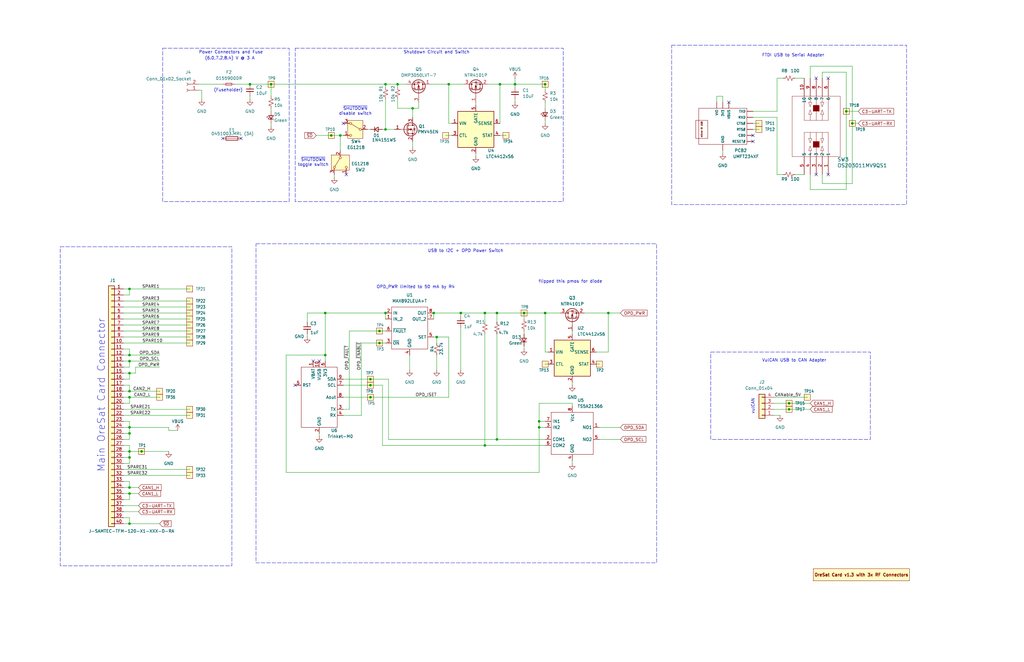
<source format=kicad_sch>
(kicad_sch (version 20231120) (generator "eeschema") (generator_version "8.0")
  (paper "B")
  (title_block (title "C3 Surrogate Card") (date "2024-07-02") (rev "2"))
  (junction (at 139.7 57.15))
  (junction (at 356.87 46.99))
  (junction (at 54.61 182.88) (diameter 0.9144))
  (junction (at 156.21 160.02))
  (junction (at 189.23 35.56))
  (junction (at 162.56 132.08))
  (junction (at 204.47 132.08) (diameter 0.9144))
  (junction (at 162.56 35.56) (diameter 0.9144))
  (junction (at 167.64 35.56) (diameter 0.9144))
  (junction (at 156.21 167.64))
  (junction (at 220.98 132.08) (diameter 0.9144))
  (junction (at 59.69 190.5))
  (junction (at 227.33 177.8))
  (junction (at 229.87 35.56))
  (junction (at 54.61 165.1) (diameter 0.9144))
  (junction (at 204.47 187.96))
  (junction (at 173.99 45.72))
  (junction (at 209.55 132.08) (diameter 0.9144))
  (junction (at 194.31 132.08))
  (junction (at 182.88 132.08))
  (junction (at 227.33 180.34))
  (junction (at 54.61 220.98) (diameter 0.9144))
  (junction (at 332.74 172.72))
  (junction (at 54.61 167.64) (diameter 0.9144))
  (junction (at 359.41 52.07))
  (junction (at 54.61 208.28) (diameter 0.9144))
  (junction (at 54.61 152.4) (diameter 0.9144))
  (junction (at 217.17 35.56) (diameter 0.9144))
  (junction (at 137.16 149.86))
  (junction (at 54.61 205.74) (diameter 0.9144))
  (junction (at 256.54 132.08))
  (junction (at 105.41 35.56))
  (junction (at 210.82 35.56))
  (junction (at 143.51 57.15))
  (junction (at 54.61 149.86) (diameter 0.9144))
  (junction (at 160.02 139.7))
  (junction (at 332.74 170.18))
  (junction (at 54.61 190.5) (diameter 0.9144))
  (junction (at 156.21 162.56))
  (junction (at 229.87 132.08))
  (junction (at 160.02 144.78))
  (junction (at 114.3 35.56))
  (junction (at 54.61 180.34) (diameter 0.9144))
  (junction (at 209.55 185.42))
  (junction (at 54.61 157.48) (diameter 0.9144))
  (junction (at 184.15 142.24) (diameter 0.9144))
  (junction (at 137.16 132.08))
  (junction (at 54.61 193.04) (diameter 0.9144))
  (junction (at 162.56 54.61))
  (junction (at 54.61 121.92) (diameter 0.9144))
  (no_connect (at 132.08 152.4))
  (no_connect (at 307.34 43.18))
  (no_connect (at 349.25 73.66))
  (no_connect (at 349.25 33.02))
  (no_connect (at 344.17 73.66))
  (no_connect (at 146.05 73.66))
  (no_connect (at 124.46 162.56))
  (no_connect (at 344.17 33.02))
  (no_connect (at 317.5 57.15))
  (no_connect (at 93.98 58.42))
  (no_connect (at 144.78 52.07))
  (no_connect (at 317.5 59.69))
  (no_connect (at 101.6 58.42))
  (no_connect (at 134.62 152.4))
  (wire (pts (xy 144.78 167.64) (xy 156.21 167.64)))
  (wire (pts (xy 189.23 142.24) (xy 184.15 142.24)))
  (wire (pts (xy 189.23 167.64) (xy 189.23 142.24)))
  (wire (pts (xy 182.88 132.08) (xy 194.31 132.08)))
  (wire (pts (xy 204.47 132.08) (xy 209.55 132.08)))
  (wire (pts (xy 209.55 132.08) (xy 220.98 132.08)))
  (wire (pts (xy 326.39 172.72) (xy 332.74 172.72)))
  (wire (pts (xy 346.71 77.47) (xy 359.41 77.47)))
  (wire (pts (xy 241.3 139.7) (xy 241.3 140.97)))
  (wire (pts (xy 220.98 146.05) (xy 220.98 147.32)))
  (wire (pts (xy 194.31 132.08) (xy 194.31 133.35)))
  (wire (pts (xy 85.09 41.91) (xy 85.09 38.1)))
  (wire (pts (xy 83.82 35.56) (xy 93.98 35.56)))
  (wire (pts (xy 209.55 185.42) (xy 163.83 185.42)))
  (wire (pts (xy 144.78 162.56) (xy 156.21 162.56)))
  (wire (pts (xy 59.69 190.5) (xy 71.12 190.5)))
  (wire (pts (xy 327.66 33.02) (xy 327.66 46.99)))
  (wire (pts (xy 137.16 149.86) (xy 137.16 152.4)))
  (wire (pts (xy 71.12 181.61) (xy 71.12 180.34)))
  (wire (pts (xy 346.71 73.66) (xy 346.71 77.47)))
  (wire (pts (xy 140.97 73.66) (xy 140.97 74.93)))
  (wire (pts (xy 359.41 27.94) (xy 341.63 27.94)))
  (wire (pts (xy 52.07 208.28) (xy 54.61 208.28)))
  (wire (pts (xy 54.61 208.28) (xy 58.42 208.28)))
  (wire (pts (xy 137.16 132.08) (xy 137.16 149.86)))
  (wire (pts (xy 137.16 132.08) (xy 162.56 132.08)))
  (wire (pts (xy 335.28 33.02) (xy 339.09 33.02)))
  (wire (pts (xy 52.07 132.08) (xy 80.01 132.08)))
  (wire (pts (xy 52.07 200.66) (xy 80.01 200.66)))
  (wire (pts (xy 346.71 33.02) (xy 346.71 30.48)))
  (wire (pts (xy 359.41 52.07) (xy 361.95 52.07)))
  (wire (pts (xy 231.14 148.59) (xy 229.87 148.59)))
  (wire (pts (xy 229.87 185.42) (xy 209.55 185.42)))
  (wire (pts (xy 52.07 215.9) (xy 58.42 215.9)))
  (wire (pts (xy 189.23 35.56) (xy 195.58 35.56)))
  (wire (pts (xy 189.23 52.07) (xy 189.23 35.56)))
  (wire (pts (xy 163.83 185.42) (xy 163.83 160.02)))
  (wire (pts (xy 213.36 57.15) (xy 210.82 57.15)))
  (wire (pts (xy 172.72 149.86) (xy 172.72 156.21)))
  (wire (pts (xy 144.78 172.72) (xy 147.32 172.72)))
  (wire (pts (xy 220.98 132.08) (xy 229.87 132.08)))
  (wire (pts (xy 204.47 187.96) (xy 229.87 187.96)))
  (wire (pts (xy 167.64 35.56) (xy 162.56 35.56)))
  (wire (pts (xy 52.07 147.32) (xy 54.61 147.32)))
  (wire (pts (xy 52.07 149.86) (xy 54.61 149.86)))
  (wire (pts (xy 54.61 147.32) (xy 54.61 149.86)))
  (wire (pts (xy 114.3 52.07) (xy 114.3 53.34)))
  (wire (pts (xy 52.07 144.78) (xy 80.01 144.78)))
  (wire (pts (xy 335.28 73.66) (xy 339.09 73.66)))
  (wire (pts (xy 144.78 160.02) (xy 156.21 160.02)))
  (wire (pts (xy 156.21 167.64) (xy 189.23 167.64)))
  (wire (pts (xy 114.3 35.56) (xy 114.3 40.64)))
  (wire (pts (xy 181.61 35.56) (xy 189.23 35.56)))
  (wire (pts (xy 120.65 199.39) (xy 120.65 149.86)))
  (wire (pts (xy 205.74 35.56) (xy 210.82 35.56)))
  (wire (pts (xy 227.33 170.18) (xy 227.33 177.8)))
  (wire (pts (xy 326.39 170.18) (xy 332.74 170.18)))
  (wire (pts (xy 346.71 30.48) (xy 356.87 30.48)))
  (wire (pts (xy 187.96 57.15) (xy 190.5 57.15)))
  (wire (pts (xy 129.54 140.97) (xy 129.54 142.24)))
  (wire (pts (xy 256.54 132.08) (xy 261.62 132.08)))
  (wire (pts (xy 52.07 195.58) (xy 54.61 195.58)))
  (wire (pts (xy 54.61 193.04) (xy 54.61 195.58)))
  (wire (pts (xy 52.07 167.64) (xy 54.61 167.64)))
  (wire (pts (xy 54.61 167.64) (xy 67.31 167.64)))
  (wire (pts (xy 356.87 30.48) (xy 356.87 46.99)))
  (wire (pts (xy 220.98 139.7) (xy 220.98 140.97)))
  (wire (pts (xy 341.63 27.94) (xy 341.63 33.02)))
  (wire (pts (xy 217.17 35.56) (xy 229.87 35.56)))
  (wire (pts (xy 162.56 132.08) (xy 162.56 134.62)))
  (wire (pts (xy 52.07 142.24) (xy 80.01 142.24)))
  (wire (pts (xy 328.93 175.26) (xy 326.39 175.26)))
  (wire (pts (xy 326.39 167.64) (xy 340.36 167.64)))
  (wire (pts (xy 52.07 203.2) (xy 54.61 203.2)))
  (wire (pts (xy 52.07 205.74) (xy 54.61 205.74)))
  (wire (pts (xy 54.61 203.2) (xy 54.61 205.74)))
  (wire (pts (xy 52.07 134.62) (xy 80.01 134.62)))
  (wire (pts (xy 302.26 43.18) (xy 302.26 40.64)))
  (wire (pts (xy 52.07 175.26) (xy 80.01 175.26)))
  (wire (pts (xy 209.55 140.97) (xy 209.55 185.42)))
  (wire (pts (xy 229.87 132.08) (xy 236.22 132.08)))
  (wire (pts (xy 54.61 208.28) (xy 54.61 210.82)))
  (wire (pts (xy 54.61 210.82) (xy 52.07 210.82)))
  (wire (pts (xy 173.99 59.69) (xy 173.99 62.23)))
  (wire (pts (xy 52.07 152.4) (xy 54.61 152.4)))
  (wire (pts (xy 54.61 152.4) (xy 67.31 152.4)))
  (wire (pts (xy 160.02 139.7) (xy 162.56 139.7)))
  (wire (pts (xy 332.74 172.72) (xy 341.63 172.72)))
  (wire (pts (xy 52.07 157.48) (xy 54.61 157.48)))
  (wire (pts (xy 52.07 160.02) (xy 54.61 160.02)))
  (wire (pts (xy 54.61 157.48) (xy 54.61 160.02)))
  (wire (pts (xy 54.61 180.34) (xy 71.12 180.34)))
  (wire (pts (xy 161.29 187.96) (xy 161.29 162.56)))
  (wire (pts (xy 182.88 142.24) (xy 184.15 142.24)))
  (wire (pts (xy 184.15 142.24) (xy 184.15 144.78)))
  (wire (pts (xy 210.82 35.56) (xy 217.17 35.56)))
  (wire (pts (xy 204.47 187.96) (xy 204.47 140.97)))
  (wire (pts (xy 251.46 148.59) (xy 256.54 148.59)))
  (wire (pts (xy 341.63 80.01) (xy 356.87 80.01)))
  (wire (pts (xy 129.54 132.08) (xy 129.54 135.89)))
  (wire (pts (xy 52.07 218.44) (xy 54.61 218.44)))
  (wire (pts (xy 54.61 218.44) (xy 54.61 220.98)))
  (wire (pts (xy 54.61 220.98) (xy 52.07 220.98)))
  (wire (pts (xy 204.47 187.96) (xy 161.29 187.96)))
  (wire (pts (xy 52.07 127) (xy 80.01 127)))
  (wire (pts (xy 252.73 185.42) (xy 261.62 185.42)))
  (wire (pts (xy 134.62 182.88) (xy 134.62 184.15)))
  (wire (pts (xy 327.66 33.02) (xy 330.2 33.02)))
  (wire (pts (xy 252.73 180.34) (xy 261.62 180.34)))
  (wire (pts (xy 152.4 144.78) (xy 152.4 175.26)))
  (wire (pts (xy 256.54 148.59) (xy 256.54 132.08)))
  (wire (pts (xy 54.61 165.1) (xy 67.31 165.1)))
  (wire (pts (xy 161.29 162.56) (xy 156.21 162.56)))
  (wire (pts (xy 114.3 35.56) (xy 162.56 35.56)))
  (wire (pts (xy 143.51 57.15) (xy 143.51 63.5)))
  (wire (pts (xy 83.82 38.1) (xy 85.09 38.1)))
  (wire (pts (xy 52.07 137.16) (xy 80.01 137.16)))
  (wire (pts (xy 327.66 46.99) (xy 317.5 46.99)))
  (wire (pts (xy 52.07 182.88) (xy 54.61 182.88)))
  (wire (pts (xy 54.61 180.34) (xy 54.61 182.88)))
  (wire (pts (xy 227.33 177.8) (xy 229.87 177.8)))
  (wire (pts (xy 210.82 35.56) (xy 210.82 52.07)))
  (wire (pts (xy 52.07 213.36) (xy 58.42 213.36)))
  (wire (pts (xy 229.87 45.72) (xy 229.87 43.18)))
  (wire (pts (xy 241.3 171.45) (xy 241.3 170.18)))
  (wire (pts (xy 162.56 35.56) (xy 162.56 36.83)))
  (wire (pts (xy 209.55 132.08) (xy 209.55 135.89)))
  (wire (pts (xy 200.66 44.45) (xy 200.66 43.18)))
  (wire (pts (xy 54.61 182.88) (xy 54.61 185.42)))
  (wire (pts (xy 54.61 185.42) (xy 52.07 185.42)))
  (wire (pts (xy 182.88 132.08) (xy 182.88 134.62)))
  (wire (pts (xy 52.07 124.46) (xy 54.61 124.46)))
  (wire (pts (xy 54.61 124.46) (xy 54.61 121.92)))
  (wire (pts (xy 99.06 35.56) (xy 105.41 35.56)))
  (wire (pts (xy 52.07 172.72) (xy 80.01 172.72)))
  (wire (pts (xy 194.31 132.08) (xy 204.47 132.08)))
  (wire (pts (xy 114.3 45.72) (xy 114.3 46.99)))
  (wire (pts (xy 163.83 160.02) (xy 156.21 160.02)))
  (wire (pts (xy 152.4 144.78) (xy 160.02 144.78)))
  (wire (pts (xy 173.99 45.72) (xy 176.53 45.72)))
  (wire (pts (xy 227.33 180.34) (xy 229.87 180.34)))
  (wire (pts (xy 359.41 52.07) (xy 359.41 77.47)))
  (wire (pts (xy 167.64 35.56) (xy 167.64 36.83)))
  (wire (pts (xy 147.32 139.7) (xy 147.32 172.72)))
  (wire (pts (xy 147.32 139.7) (xy 160.02 139.7)))
  (wire (pts (xy 241.3 162.56) (xy 241.3 161.29)))
  (wire (pts (xy 304.8 63.5) (xy 304.8 64.77)))
  (wire (pts (xy 105.41 40.64) (xy 105.41 41.91)))
  (wire (pts (xy 143.51 57.15) (xy 144.78 57.15)))
  (wire (pts (xy 229.87 153.67) (xy 231.14 153.67)))
  (wire (pts (xy 317.5 52.07) (xy 320.04 52.07)))
  (wire (pts (xy 217.17 33.02) (xy 217.17 35.56)))
  (wire (pts (xy 241.3 194.31) (xy 241.3 195.58)))
  (wire (pts (xy 139.7 57.15) (xy 143.51 57.15)))
  (wire (pts (xy 167.64 35.56) (xy 171.45 35.56)))
  (wire (pts (xy 160.02 144.78) (xy 162.56 144.78)))
  (wire (pts (xy 304.8 40.64) (xy 304.8 43.18)))
  (wire (pts (xy 52.07 193.04) (xy 54.61 193.04)))
  (wire (pts (xy 54.61 193.04) (xy 54.61 190.5)))
  (wire (pts (xy 356.87 80.01) (xy 356.87 46.99)))
  (wire (pts (xy 52.07 139.7) (xy 80.01 139.7)))
  (wire (pts (xy 74.93 181.61) (xy 71.12 181.61)))
  (wire (pts (xy 154.94 54.61) (xy 156.21 54.61)))
  (wire (pts (xy 52.07 129.54) (xy 80.01 129.54)))
  (wire (pts (xy 217.17 36.83) (xy 217.17 35.56)))
  (wire (pts (xy 200.66 64.77) (xy 200.66 66.04)))
  (wire (pts (xy 54.61 205.74) (xy 58.42 205.74)))
  (wire (pts (xy 54.61 167.64) (xy 54.61 170.18)))
  (wire (pts (xy 54.61 170.18) (xy 52.07 170.18)))
  (wire (pts (xy 52.07 177.8) (xy 54.61 177.8)))
  (wire (pts (xy 54.61 177.8) (xy 54.61 180.34)))
  (wire (pts (xy 54.61 180.34) (xy 52.07 180.34)))
  (wire (pts (xy 133.35 57.15) (xy 139.7 57.15)))
  (wire (pts (xy 137.16 132.08) (xy 129.54 132.08)))
  (wire (pts (xy 52.07 162.56) (xy 54.61 162.56)))
  (wire (pts (xy 317.5 54.61) (xy 320.04 54.61)))
  (wire (pts (xy 162.56 54.61) (xy 166.37 54.61)))
  (wire (pts (xy 204.47 132.08) (xy 204.47 135.89)))
  (wire (pts (xy 120.65 199.39) (xy 227.33 199.39)))
  (wire (pts (xy 52.07 154.94) (xy 54.61 154.94)))
  (wire (pts (xy 54.61 152.4) (xy 54.61 154.94)))
  (wire (pts (xy 302.26 40.64) (xy 304.8 40.64)))
  (wire (pts (xy 52.07 198.12) (xy 80.01 198.12)))
  (wire (pts (xy 229.87 132.08) (xy 229.87 148.59)))
  (wire (pts (xy 359.41 52.07) (xy 359.41 27.94)))
  (wire (pts (xy 220.98 132.08) (xy 220.98 134.62)))
  (wire (pts (xy 332.74 170.18) (xy 341.63 170.18)))
  (wire (pts (xy 167.64 41.91) (xy 167.64 45.72)))
  (wire (pts (xy 327.66 73.66) (xy 330.2 73.66)))
  (wire (pts (xy 229.87 35.56) (xy 229.87 38.1)))
  (wire (pts (xy 190.5 52.07) (xy 189.23 52.07)))
  (wire (pts (xy 229.87 52.07) (xy 229.87 50.8)))
  (wire (pts (xy 252.73 153.67) (xy 251.46 153.67)))
  (wire (pts (xy 52.07 190.5) (xy 54.61 190.5)))
  (wire (pts (xy 341.63 73.66) (xy 341.63 80.01)))
  (wire (pts (xy 173.99 49.53) (xy 173.99 45.72)))
  (wire (pts (xy 52.07 187.96) (xy 54.61 187.96)))
  (wire (pts (xy 54.61 187.96) (xy 54.61 190.5)))
  (wire (pts (xy 54.61 190.5) (xy 59.69 190.5)))
  (wire (pts (xy 217.17 41.91) (xy 217.17 43.18)))
  (wire (pts (xy 54.61 157.48) (xy 57.15 157.48)))
  (wire (pts (xy 57.15 154.94) (xy 67.31 154.94)))
  (wire (pts (xy 57.15 157.48) (xy 57.15 154.94)))
  (wire (pts (xy 184.15 149.86) (xy 184.15 156.21)))
  (wire (pts (xy 356.87 46.99) (xy 361.95 46.99)))
  (wire (pts (xy 227.33 180.34) (xy 227.33 177.8)))
  (wire (pts (xy 54.61 149.86) (xy 67.31 149.86)))
  (wire (pts (xy 162.56 41.91) (xy 162.56 54.61)))
  (wire (pts (xy 327.66 49.53) (xy 317.5 49.53)))
  (wire (pts (xy 241.3 170.18) (xy 227.33 170.18)))
  (wire (pts (xy 105.41 35.56) (xy 114.3 35.56)))
  (wire (pts (xy 227.33 199.39) (xy 227.33 180.34)))
  (wire (pts (xy 52.07 121.92) (xy 54.61 121.92)))
  (wire (pts (xy 54.61 121.92) (xy 80.01 121.92)))
  (wire (pts (xy 167.64 45.72) (xy 173.99 45.72)))
  (wire (pts (xy 176.53 43.18) (xy 176.53 45.72)))
  (wire (pts (xy 161.29 54.61) (xy 162.56 54.61)))
  (wire (pts (xy 52.07 165.1) (xy 54.61 165.1)))
  (wire (pts (xy 54.61 162.56) (xy 54.61 165.1)))
  (wire (pts (xy 194.31 138.43) (xy 194.31 156.21)))
  (wire (pts (xy 327.66 73.66) (xy 327.66 49.53)))
  (wire (pts (xy 152.4 175.26) (xy 144.78 175.26)))
  (wire (pts (xy 120.65 149.86) (xy 137.16 149.86)))
  (wire (pts (xy 246.38 132.08) (xy 256.54 132.08)))
  (wire (pts (xy 54.61 220.98) (xy 67.31 220.98)))
  (rectangle (start 107.95 102.87) (end 276.86 237.49) (stroke (width 0) (type dash)))
  (rectangle (start 283.21 19.05) (end 382.27 86.36) (stroke (width 0) (type dash)))
  (rectangle (start 25.4 104.14) (end 97.79 238.76) (stroke (width 0) (type dash)))
  (rectangle (start 124.46 20.32) (end 237.49 85.09) (stroke (width 0) (type dash)))
  (rectangle (start 299.72 148.59) (end 367.03 185.42) (stroke (width 0) (type dash)))
  (rectangle (start 68.58 20.32) (end 121.92 85.09) (stroke (width 0) (type dash)))
  (text "Main OreSat Card Connector" (at 44.45 199.39 90) (effects (font (size 3 3)) (justify left bottom)))
  (text "(6.0,7.2,8.4) V @ 3 A" (at 86.36 25.4 0) (effects (font (size 1.27 1.27)) (justify left bottom)))
  (text "USB to I2C + OPD Power Switch" (at 180.34 106.68 0) (effects (font (size 1.27 1.27)) (justify left bottom)))
  (text "flipped this pmos for diode" (at 240.538 118.872 0) (effects (font (size 1.27 1.27))))
  (text "(Fuseholder)\n" (at 96.266 38.1 0) (effects (font (size 1.27 1.27))))
  (text "VulCAN USB to CAN Adapter\n\n" (at 321.31 154.94 0) (effects (font (size 1.27 1.27)) (justify left bottom)))
  (text "~{SHUTDOWN}\ntoggle switch" (at 132.08 68.58 0) (effects (font (size 1.27 1.27))))
  (text "Power Connectors and Fuse" (at 83.82 22.86 0) (effects (font (size 1.27 1.27)) (justify left bottom)))
  (text "FTDI USB to Serial Adapter\n" (at 321.31 24.13 0) (effects (font (size 1.27 1.27)) (justify left bottom)))
  (text "OPD_PWR limited to 50 mA by R4" (at 158.75 121.92 0) (effects (font (size 1.27 1.27)) (justify left bottom)))
  (text "~{SHUTDOWN}\ndisable switch" (at 149.86 46.99 0) (effects (font (size 1.27 1.27))))
  (text "Shutdown Circuit and Switch" (at 170.18 22.86 0) (effects (font (size 1.27 1.27)) (justify left bottom)))
  (text "vulCAN\n" (at 317.5 171.45 90) (effects (font (size 1.27 1.27))))
  (label "SPARE7" (at 67.31 137.16 180))
  (label "SPARE31" (at 62.23 198.12 180))
  (label "CAN2_H" (at 63.5 165.1 180))
  (label "SPARE8" (at 67.31 139.7 180))
  (label "SPARE21" (at 63.5 172.72 180))
  (label "OPD_~{FAULT}" (at 147.32 156.21 90))
  (label "SPARE4" (at 67.31 129.54 180))
  (label "OPD_PWR" (at 67.31 154.94 180))
  (label "SPARE32" (at 62.23 200.66 180))
  (label "SPARE9" (at 67.31 142.24 180))
  (label "SPARE6" (at 67.31 134.62 180))
  (label "OPD_~{ENABLE}" (at 152.4 156.21 90))
  (label "OPD_SCL" (at 67.31 152.4 180))
  (label "OPD_ISET" (at 184.15 167.64 180))
  (label "CAN2_L" (at 63.5 167.64 180))
  (label "SPARE5" (at 67.31 132.08 180))
  (label "SPARE1" (at 67.31 121.92 180))
  (label "SPARE10" (at 68.58 144.78 180))
  (label "SPARE22" (at 63.5 175.26 180))
  (label "OPD_SDA" (at 67.31 149.86 180))
  (label "CANable_5V" (at 337.82 167.64 180))
  (label "SPARE3" (at 67.31 127 180))
  (global_label "CAN1_L" (shape input) (at 341.63 172.72 0) (property "Intersheetrefs" "${INTERSHEET_REFS}" (effects (hide yes))))
  (global_label "~{SD}" (shape input) (at 67.31 220.98 0) (property "Intersheetrefs" "${INTERSHEET_REFS}" (effects (hide yes))))
  (global_label "C3-UART-RX" (shape input) (at 361.95 52.07 0) (property "Intersheetrefs" "${INTERSHEET_REFS}" (effects (hide yes))))
  (global_label "C3-UART-RX" (shape input) (at 58.42 215.9 0) (property "Intersheetrefs" "${INTERSHEET_REFS}" (effects (hide yes))))
  (global_label "CAN1_H" (shape input) (at 58.42 205.74 0) (property "Intersheetrefs" "${INTERSHEET_REFS}" (effects (hide yes))))
  (global_label "C3-UART-TX" (shape input) (at 361.95 46.99 0) (property "Intersheetrefs" "${INTERSHEET_REFS}" (effects (hide yes))))
  (global_label "C3-UART-TX" (shape input) (at 58.42 213.36 0) (property "Intersheetrefs" "${INTERSHEET_REFS}" (effects (hide yes))))
  (global_label "CAN1_H" (shape input) (at 341.63 170.18 0) (property "Intersheetrefs" "${INTERSHEET_REFS}" (effects (hide yes))))
  (global_label "~{SD}" (shape input) (at 133.35 57.15 180) (property "Intersheetrefs" "${INTERSHEET_REFS}" (effects (hide yes))))
  (global_label "OPD_PWR" (shape input) (at 261.62 132.08 0) (property "Intersheetrefs" "${INTERSHEET_REFS}" (effects (hide yes))))
  (global_label "OPD_SCL" (shape input) (at 261.62 185.42 0) (property "Intersheetrefs" "${INTERSHEET_REFS}" (effects (hide yes))))
  (global_label "CAN1_L" (shape input) (at 58.42 208.28 0) (property "Intersheetrefs" "${INTERSHEET_REFS}" (effects (hide yes))))
  (global_label "OPD_SDA" (shape input) (at 261.62 180.34 0) (property "Intersheetrefs" "${INTERSHEET_REFS}" (effects (hide yes))))
  (symbol (lib_id "Connector_Generic:Conn_01x40") (at 46.99 170.18 0) (mirror y) (unit 1)
    (property "Reference" "J1" (at 48.768 118.3132 0) (effects (justify left)))
    (property "Value" "J-SAMTEC-TFM-120-X1-XXX-D-RA" (at 73.533 224.1296 0) (effects (justify left)))
    (property "Footprint" "oresat-connectors:J-SAMTEC-TFM-120-X1-XXX-D-RA" (effects (hide yes)))
    (property "DIST" "Digi-Key" (effects (hide yes)))
    (property "DPN" "SAM10145-ND " (effects (hide yes)))
    (property "MFR" "Samtec" (effects (hide yes)))
    (property "MPN" "TFM-120-01-L-D-RA" (effects (hide yes)))
  )
  (symbol (lib_id "oresat-misc:Test-Point-0.75mm-th") (at 80.01 137.16 0) (unit 1) (exclude_from_sim yes) (in_bom no)
    (property "Reference" "TP26" (at 82.55 137.1599 0) (effects (font (size 1.27 1.0795)) (justify left)))
    (property "Value" "Test-Point" (effects (hide yes)))
    (property "Footprint" "oresat-misc:TestPoint-0.75mm-th" (effects (hide yes)))
    (property "Description" "0.75 mm TH test point; good for scope probes and jumpers" (effects (hide yes)))
  )
  (symbol (lib_id "oresat-misc:Test-Point-0.75mm-th") (at 80.01 198.12 0) (unit 1) (exclude_from_sim yes) (in_bom no)
    (property "Reference" "TP32" (at 82.55 198.1199 0) (effects (font (size 1.27 1.0795)) (justify left)))
    (property "Value" "Test-Point" (effects (hide yes)))
    (property "Footprint" "oresat-misc:TestPoint-0.75mm-th" (effects (hide yes)))
    (property "Description" "0.75 mm TH test point; good for scope probes and jumpers" (effects (hide yes)))
  )
  (symbol (lib_id "Device:LED_Small") (at 229.87 48.26 90) (unit 1)
    (property "Reference" "D3" (at 231.775 46.9899 90) (effects (justify right)))
    (property "Value" "Green" (at 231.775 49.5299 90) (effects (justify right)))
    (property "Footprint" "LED_SMD:LED_0603_1608Metric_Pad1.05x0.95mm_HandSolder" (effects (hide yes)))
    (property "DIST" "Digi-Key" (effects (hide yes)))
    (property "DPN" "1830-1062-1-ND" (effects (hide yes)))
    (property "MFR" "Inolux" (effects (hide yes)))
    (property "MPN" "IN-S63AT5G" (effects (hide yes)))
  )
  (symbol (lib_id "oresat-misc:Test-Point-0.75mm-th") (at 160.02 144.78 0) (unit 1) (exclude_from_sim yes) (in_bom no)
    (property "Reference" "TP3" (at 158.75 147.32 0) (effects (font (size 1.27 1.0795)) (justify left)))
    (property "Value" "Test-Point" (effects (hide yes)))
    (property "Footprint" "oresat-misc:TestPoint-0.75mm-th" (effects (hide yes)))
    (property "Description" "0.75 mm TH test point; good for scope probes and jumpers" (effects (hide yes)))
  )
  (symbol (lib_id "oresat-misc:Test-Point-0.75mm-th") (at 80.01 121.92 0) (unit 1) (exclude_from_sim yes) (in_bom no)
    (property "Reference" "TP21" (at 82.55 121.9199 0) (effects (font (size 1.27 1.0795)) (justify left)))
    (property "Value" "Test-Point" (effects (hide yes)))
    (property "Footprint" "oresat-misc:TestPoint-0.75mm-th" (effects (hide yes)))
    (property "Description" "0.75 mm TH test point; good for scope probes and jumpers" (effects (hide yes)))
  )
  (symbol (lib_id "oresat-misc:Test-Point-0.75mm-th") (at 67.31 165.1 0) (unit 1) (exclude_from_sim yes) (in_bom no)
    (property "Reference" "TP20" (at 69.85 165.0999 0) (effects (font (size 1.27 1.0795)) (justify left)))
    (property "Value" "Test-Point" (effects (hide yes)))
    (property "Footprint" "oresat-misc:TestPoint-0.75mm-th" (effects (hide yes)))
    (property "Description" "0.75 mm TH test point; good for scope probes and jumpers" (effects (hide yes)))
  )
  (symbol (lib_id "oresat-misc:Test-Point-0.75mm-th") (at 80.01 132.08 0) (unit 1) (exclude_from_sim yes) (in_bom no)
    (property "Reference" "TP24" (at 82.55 132.0799 0) (effects (font (size 1.27 1.0795)) (justify left)))
    (property "Value" "Test-Point" (effects (hide yes)))
    (property "Footprint" "oresat-misc:TestPoint-0.75mm-th" (effects (hide yes)))
    (property "Description" "0.75 mm TH test point; good for scope probes and jumpers" (effects (hide yes)))
  )
  (symbol (lib_id "Transistor_FET:NTR2101P") (at 200.66 38.1 90) (unit 1)
    (property "Reference" "Q4" (at 200.66 29.21 90))
    (property "Value" "NTR4101P" (at 200.66 31.75 90))
    (property "Footprint" "Package_TO_SOT_SMD:SOT-23" (effects (hide yes)))
    (property "Datasheet" "http://www.onsemi.com/pub/Collateral/NTR2101P-D.PDF" (effects (hide yes)))
    (property "Description" "-3.7A Id, -8V Vds, P-Channel MOSFET, SOT-23" (effects (hide yes)))
  )
  (symbol (lib_id "oresat-misc:Test-Point-0.75mm-th") (at 332.74 170.18 0) (unit 1) (exclude_from_sim yes) (in_bom no)
    (property "Reference" "TP15" (at 335.28 170.1799 0) (effects (font (size 1.27 1.0795)) (justify left)))
    (property "Value" "Test-Point" (effects (hide yes)))
    (property "Footprint" "oresat-misc:TestPoint-0.75mm-th" (effects (hide yes)))
    (property "Description" "0.75 mm TH test point; good for scope probes and jumpers" (effects (hide yes)))
  )
  (symbol (lib_id "oresat-transistors:DMP3050LVT-7") (at 176.53 38.1 270) (mirror x) (unit 1)
    (property "Reference" "Q5" (at 176.53 29.21 90))
    (property "Value" "DMP3050LVT-7" (at 176.53 31.75 90))
    (property "Footprint" "Package_TO_SOT_SMD:SOT-23-6" (effects (hide yes)))
    (property "Datasheet" "https://www.diodes.com/assets/Datasheets/DMP3050LVT.pdf" (effects (hide yes)))
    (property "Description" "P-Channel Power MOSFET, SOT-23-6" (effects (hide yes)))
  )
  (symbol (lib_id "oresat-passives:OS203011MV9QS1") (at 339.09 73.66 90) (unit 1)
    (property "Reference" "SW3" (at 353.06 67.31 90) (effects (font (size 1.524 1.524)) (justify right)))
    (property "Value" "OS203011MV9QS1" (at 353.06 69.85 90) (effects (font (size 1.524 1.524)) (justify right)))
    (property "Footprint" "DP3T_OS203011MV9QS1_CNK" (effects (hide yes)))
    (property "Datasheet" "OS203011MV9QS1" (effects (hide yes)))
  )
  (symbol (lib_id "oresat-misc:Test-Point-0.75mm-th") (at 229.87 153.67 0) (unit 1) (exclude_from_sim yes) (in_bom no)
    (property "Reference" "TP13" (at 227.33 156.21 0) (effects (font (size 1.27 1.0795)) (justify left)))
    (property "Value" "Test-Point" (effects (hide yes)))
    (property "Footprint" "oresat-misc:TestPoint-0.75mm-th" (effects (hide yes)))
    (property "Description" "0.75 mm TH test point; good for scope probes and jumpers" (effects (hide yes)))
  )
  (symbol (lib_name "GND_2") (lib_id "power:GND") (at 105.41 41.91 0) (unit 1)
    (property "Reference" "#PWR014" (effects (hide yes)))
    (property "Value" "GND" (at 105.41 46.99 0))
    (property "Description" "Power symbol creates a global label with name \"GND\" , ground" (effects (hide yes)))
  )
  (symbol (lib_name "GND_2") (lib_id "power:GND") (at 140.97 74.93 0) (unit 1)
    (property "Reference" "#PWR06" (effects (hide yes)))
    (property "Value" "GND" (at 140.97 80.01 0))
    (property "Description" "Power symbol creates a global label with name \"GND\" , ground" (effects (hide yes)))
  )
  (symbol (lib_id "oresat-passives:MAX892LEUA+T") (at 172.72 137.16 0) (unit 1)
    (property "Reference" "U1" (at 172.72 124.46 0))
    (property "Value" "MAX892LEUA+T" (at 172.72 127 0))
    (property "Footprint" "oresat-passives:MAX892" (effects (hide yes)))
    (property "DIST" "Digi-Key" (effects (hide yes)))
    (property "MFR" "Maxim" (effects (hide yes)))
    (property "DPN" "MAX892LEUA+-ND" (effects (hide yes)))
    (property "MPN" "MAX892LEUA+" (effects (hide yes)))
  )
  (symbol (lib_id "oresat-misc:Test-Point-0.75mm-th") (at 320.04 54.61 0) (unit 1) (exclude_from_sim yes) (in_bom no)
    (property "Reference" "TP12" (at 322.58 54.6099 0) (effects (font (size 1.27 1.0795)) (justify left)))
    (property "Value" "Test-Point" (effects (hide yes)))
    (property "Footprint" "oresat-misc:TestPoint-0.75mm-th" (effects (hide yes)))
    (property "Description" "0.75 mm TH test point; good for scope probes and jumpers" (effects (hide yes)))
  )
  (symbol (lib_id "Device:C_Small") (at 105.41 38.1 0) (unit 1)
    (property "Reference" "C2" (at 107.95 36.83 0) (effects (justify left)))
    (property "Value" "10uF" (at 107.95 39.37 0) (effects (justify left)))
    (property "Footprint" "Capacitor_SMD:C_0603_1608Metric_Pad1.08x0.95mm_HandSolder" (effects (hide yes)))
    (property "DIST" "Digi-Key" (effects (hide yes)))
    (property "DPN" "490-10475-1-ND" (effects (hide yes)))
    (property "MFR" "Murata" (effects (hide yes)))
    (property "MPN" "GRM188R61A106ME69D" (effects (hide yes)))
  )
  (symbol (lib_id "oresat-pcbs:ORESAT-CARD-V1.3-3RF") (at 363.22 242.57 0) (unit 1)
    (property "Reference" "PCB1" (effects (hide yes)))
    (property "Value" "ORESAT-CARD-V1.3-GENERIC-3RF" (effects (hide yes)))
    (property "Footprint" "oresat-pcbs:ORESAT-CARD-V1.3-3RF" (effects (hide yes)))
  )
  (symbol (lib_id "oresat-misc:Test-Point-0.75mm-th") (at 332.74 172.72 0) (unit 1) (exclude_from_sim yes) (in_bom no)
    (property "Reference" "TP17" (at 335.28 172.7199 0) (effects (font (size 1.27 1.0795)) (justify left)))
    (property "Value" "Test-Point" (effects (hide yes)))
    (property "Footprint" "oresat-misc:TestPoint-0.75mm-th" (effects (hide yes)))
    (property "Description" "0.75 mm TH test point; good for scope probes and jumpers" (effects (hide yes)))
  )
  (symbol (lib_id "Device:R_Small_US") (at 204.47 138.43 0) (unit 1)
    (property "Reference" "R11" (at 200.66 135.89 0) (effects (justify left)))
    (property "Value" "4.7k" (at 199.39 140.97 0) (effects (justify left)))
    (property "Footprint" "Resistor_SMD:R_0603_1608Metric_Pad0.98x0.95mm_HandSolder" (effects (hide yes)))
    (property "DIST" "Digi-Key" (effects (hide yes)))
    (property "DPN" "RMCF0603FT4K70CT-ND" (effects (hide yes)))
    (property "MFR" "Stackpole" (effects (hide yes)))
    (property "MPN" "RMCF0603FT4K70" (effects (hide yes)))
  )
  (symbol (lib_id "oresat-misc:Test-Point-0.75mm-th") (at 252.73 153.67 0) (unit 1) (exclude_from_sim yes) (in_bom no)
    (property "Reference" "TP2" (at 251.46 156.21 0) (effects (font (size 1.27 1.0795)) (justify left)))
    (property "Value" "Test-Point" (effects (hide yes)))
    (property "Footprint" "oresat-misc:TestPoint-0.75mm-th" (effects (hide yes)))
    (property "Description" "0.75 mm TH test point; good for scope probes and jumpers" (effects (hide yes)))
  )
  (symbol (lib_id "oresat-misc:Test-Point-0.75mm-th") (at 320.04 52.07 0) (unit 1) (exclude_from_sim yes) (in_bom no)
    (property "Reference" "TP11" (at 322.58 52.0699 0) (effects (font (size 1.27 1.0795)) (justify left)))
    (property "Value" "Test-Point" (effects (hide yes)))
    (property "Footprint" "oresat-misc:TestPoint-0.75mm-th" (effects (hide yes)))
    (property "Description" "0.75 mm TH test point; good for scope probes and jumpers" (effects (hide yes)))
  )
  (symbol (lib_id "oresat-misc:Test-Point-0.75mm-th") (at 67.31 167.64 0) (unit 1) (exclude_from_sim yes) (in_bom no)
    (property "Reference" "TP36" (at 69.85 167.6399 0) (effects (font (size 1.27 1.0795)) (justify left)))
    (property "Value" "Test-Point" (effects (hide yes)))
    (property "Footprint" "oresat-misc:TestPoint-0.75mm-th" (effects (hide yes)))
    (property "Description" "0.75 mm TH test point; good for scope probes and jumpers" (effects (hide yes)))
  )
  (symbol (lib_id "oresat-misc:Test-Point-0.75mm-th") (at 114.3 35.56 0) (unit 1) (exclude_from_sim yes) (in_bom no)
    (property "Reference" "TP9" (at 113.03 33.02 0) (effects (font (size 1.27 1.0795)) (justify left)))
    (property "Value" "Test-Point" (effects (hide yes)))
    (property "Footprint" "oresat-misc:TestPoint-0.75mm-th" (effects (hide yes)))
    (property "Description" "0.75 mm TH test point; good for scope probes and jumpers" (effects (hide yes)))
  )
  (symbol (lib_id "oresat-misc:Test-Point-0.75mm-th") (at 156.21 162.56 0) (unit 1) (exclude_from_sim yes) (in_bom no)
    (property "Reference" "TP6" (at 157.48 165.1 0) (effects (font (size 1.27 1.0795)) (justify right)))
    (property "Value" "Test-Point" (effects (hide yes)))
    (property "Footprint" "oresat-misc:TestPoint-0.75mm-th" (effects (hide yes)))
    (property "Description" "0.75 mm TH test point; good for scope probes and jumpers" (effects (hide yes)))
  )
  (symbol (lib_id "Device:C_Small") (at 129.54 138.43 0) (unit 1)
    (property "Reference" "C3" (at 130.81 136.5249 0) (effects (justify left)))
    (property "Value" "1uF" (at 130.81 140.3349 0) (effects (justify left)))
    (property "Footprint" "Capacitor_SMD:C_0603_1608Metric_Pad1.08x0.95mm_HandSolder" (effects (hide yes)))
    (property "DIST" "Digi-Key" (effects (hide yes)))
    (property "DPN" "490-GCM188R71E105KA64JCT-ND" (effects (hide yes)))
    (property "MFR" "Murata" (effects (hide yes)))
    (property "MPN" "GCM188R71E105KA64J" (effects (hide yes)))
  )
  (symbol (lib_name "GND_1") (lib_id "power:GND") (at 200.66 66.04 0) (unit 1)
    (property "Reference" "#PWR04" (effects (hide yes)))
    (property "Value" "GND" (at 200.66 71.12 0))
    (property "Description" "Power symbol creates a global label with name \"GND\" , ground" (effects (hide yes)))
  )
  (symbol (lib_id "oresat-misc:Test-Point-0.75mm-th") (at 229.87 35.56 0) (unit 1) (exclude_from_sim yes) (in_bom no)
    (property "Reference" "TP16" (at 227.33 33.02 0) (effects (font (size 1.27 1.0795)) (justify left)))
    (property "Value" "Test-Point" (effects (hide yes)))
    (property "Footprint" "oresat-misc:TestPoint-0.75mm-th" (effects (hide yes)))
    (property "Description" "0.75 mm TH test point; good for scope probes and jumpers" (effects (hide yes)))
  )
  (symbol (lib_name "GND_2") (lib_id "power:GND") (at 114.3 53.34 0) (unit 1)
    (property "Reference" "#PWR05" (effects (hide yes)))
    (property "Value" "GND" (at 114.3 58.42 0))
    (property "Description" "Power symbol creates a global label with name \"GND\" , ground" (effects (hide yes)))
  )
  (symbol (lib_name "GND_2") (lib_id "power:GND") (at 220.98 147.32 0) (unit 1)
    (property "Reference" "#PWR019" (effects (hide yes)))
    (property "Value" "GND" (at 220.98 152.4 0))
    (property "Description" "Power symbol creates a global label with name \"GND\" , ground" (effects (hide yes)))
  )
  (symbol (lib_id "Power_Management:LTC4412xS6") (at 241.3 151.13 0) (unit 1)
    (property "Reference" "U2" (at 243.4941 138.43 0) (effects (justify left)))
    (property "Value" "LTC4412xS6" (at 243.4941 140.97 0) (effects (justify left)))
    (property "Footprint" "Package_TO_SOT_SMD:TSOT-23-6" (effects (hide yes)))
    (property "Datasheet" "https://www.analog.com/media/en/technical-documentation/data-sheets/4412fb.pdf" (effects (hide yes)))
    (property "Description" "Low Loss PowerPath Controller, TSOT-23-6" (effects (hide yes)))
  )
  (symbol (lib_id "Device:LED_Small") (at 114.3 49.53 90) (unit 1)
    (property "Reference" "D5" (at 115.57 48.26 90) (effects (justify right)))
    (property "Value" "Green" (at 115.57 50.8 90) (effects (justify right)))
    (property "Footprint" "LED_SMD:LED_0603_1608Metric_Pad1.05x0.95mm_HandSolder" (effects (hide yes)))
    (property "DIST" "Digi-Key" (effects (hide yes)))
    (property "DPN" "1830-1062-1-ND" (effects (hide yes)))
    (property "MFR" "Inolux" (effects (hide yes)))
    (property "MPN" "IN-S63AT5G" (effects (hide yes)))
  )
  (symbol (lib_id "Device:R_Small_US") (at 114.3 43.18 0) (unit 1)
    (property "Reference" "R5" (at 115.57 41.91 0) (effects (justify left)))
    (property "Value" "10k" (at 115.57 44.45 0) (effects (justify left)))
    (property "Footprint" "Resistor_SMD:R_0603_1608Metric_Pad0.98x0.95mm_HandSolder" (effects (hide yes)))
    (property "DIST" "Digi-Key" (effects (hide yes)))
    (property "DPN" "RNCF0603BTE10K0CT-ND" (effects (hide yes)))
    (property "MFR" "Stackpole" (effects (hide yes)))
    (property "MPN" "RNCF0603BTE10K0" (effects (hide yes)))
  )
  (symbol (lib_id "Device:C_Small") (at 194.31 135.89 0) (unit 1)
    (property "Reference" "C4" (at 195.58 133.35 0) (effects (justify left)))
    (property "Value" "1uF" (at 195.58 137.7949 0) (effects (justify left)))
    (property "Footprint" "Capacitor_SMD:C_0603_1608Metric_Pad1.08x0.95mm_HandSolder" (effects (hide yes)))
    (property "DIST" "Digi-Key" (effects (hide yes)))
    (property "DPN" "490-GCM188R71E105KA64JCT-ND" (effects (hide yes)))
    (property "MFR" "Murata" (effects (hide yes)))
    (property "MPN" "GCM188R71E105KA64J" (effects (hide yes)))
  )
  (symbol (lib_id "oresat-misc:Test-Point-0.75mm-th") (at 359.41 52.07 0) (unit 1) (exclude_from_sim yes) (in_bom no)
    (property "Reference" "TP19" (at 360.68 54.61 0) (effects (font (size 1.27 1.0795)) (justify left)))
    (property "Value" "Test-Point" (effects (hide yes)))
    (property "Footprint" "oresat-misc:TestPoint-0.75mm-th" (effects (hide yes)))
    (property "Description" "0.75 mm TH test point; good for scope probes and jumpers" (effects (hide yes)))
  )
  (symbol (lib_id "Device:Fuse_Small") (at 96.52 35.56 0) (unit 1)
    (property "Reference" "F2" (at 96.52 30.48 0))
    (property "Value" "0155900DR" (at 96.52 33.02 0))
    (property "Footprint" "oresat-passives:Littelfuse 155900DR" (effects (hide yes)))
    (property "Description" "Fuse, small symbol" (effects (hide yes)))
  )
  (symbol (lib_name "GND_2") (lib_id "power:GND") (at 85.09 41.91 0) (unit 1)
    (property "Reference" "#PWR01" (effects (hide yes)))
    (property "Value" "GND" (at 85.09 46.99 0))
    (property "Description" "Power symbol creates a global label with name \"GND\" , ground" (effects (hide yes)))
  )
  (symbol (lib_id "Transistor_FET:NTR2101P") (at 241.3 134.62 90) (unit 1)
    (property "Reference" "Q3" (at 241.3 125.73 90))
    (property "Value" "NTR4101P" (at 241.3 128.27 90))
    (property "Footprint" "Package_TO_SOT_SMD:SOT-23" (effects (hide yes)))
    (property "Datasheet" "http://www.onsemi.com/pub/Collateral/NTR2101P-D.PDF" (effects (hide yes)))
    (property "Description" "-3.7A Id, -8V Vds, P-Channel MOSFET, SOT-23" (effects (hide yes)))
  )
  (symbol (lib_id "Device:R_Small_US") (at 332.74 73.66 90) (unit 1)
    (property "Reference" "R9" (at 332.105 75.565 90) (effects (justify left)))
    (property "Value" "100" (at 337.185 75.565 90) (effects (justify left)))
    (property "Footprint" "Resistor_SMD:R_0603_1608Metric_Pad0.98x0.95mm_HandSolder" (effects (hide yes)))
    (property "DIST" "Digi-Key" (effects (hide yes)))
    (property "DPN" "RNCF0603BTE10K0CT-ND" (effects (hide yes)))
    (property "MFR" "Stackpole" (effects (hide yes)))
    (property "MPN" "RNCF0603BTE10K0" (effects (hide yes)))
  )
  (symbol (lib_id "oresat-pcbs:UMFT234XF") (at 304.8 54.61 0) (unit 1)
    (property "Reference" "PCB2" (at 314.96 63.5 0) (effects (justify right)))
    (property "Value" "UMFT234XF" (at 320.04 66.04 0) (effects (justify right)))
    (property "Footprint" "oresat-misc:UMFT234XF" (effects (hide yes)))
    (property "Datasheet" "https://www.ftdichip.com/Support/Documents/DataSheets/Modules/DS_UMFT234XF.pdf" (effects (hide yes)))
  )
  (symbol (lib_name "GND_2") (lib_id "power:GND") (at 184.15 156.21 0) (unit 1)
    (property "Reference" "#PWR017" (effects (hide yes)))
    (property "Value" "GND" (at 184.15 161.29 0))
    (property "Description" "Power symbol creates a global label with name \"GND\" , ground" (effects (hide yes)))
  )
  (symbol (lib_name "GND_2") (lib_id "power:GND") (at 134.62 184.15 0) (unit 1)
    (property "Reference" "#PWR03" (effects (hide yes)))
    (property "Value" "GND" (at 134.62 189.23 0))
    (property "Description" "Power symbol creates a global label with name \"GND\" , ground" (effects (hide yes)))
  )
  (symbol (lib_id "oresat-misc:Test-Point-0.75mm-th") (at 213.36 57.15 0) (unit 1) (exclude_from_sim yes) (in_bom no)
    (property "Reference" "TP34" (at 212.09 59.69 0) (effects (font (size 1.27 1.0795)) (justify left)))
    (property "Value" "Test-Point" (effects (hide yes)))
    (property "Footprint" "oresat-misc:TestPoint-0.75mm-th" (effects (hide yes)))
    (property "Description" "0.75 mm TH test point; good for scope probes and jumpers" (effects (hide yes)))
  )
  (symbol (lib_name "GND_2") (lib_id "power:GND") (at 172.72 156.21 0) (unit 1)
    (property "Reference" "#PWR016" (effects (hide yes)))
    (property "Value" "GND" (at 172.72 161.29 0))
    (property "Description" "Power symbol creates a global label with name \"GND\" , ground" (effects (hide yes)))
  )
  (symbol (lib_id "oresat-misc:Test-Point-0.75mm-th") (at 80.01 142.24 0) (unit 1) (exclude_from_sim yes) (in_bom no)
    (property "Reference" "TP28" (at 82.55 142.2399 0) (effects (font (size 1.27 1.0795)) (justify left)))
    (property "Value" "Test-Point" (effects (hide yes)))
    (property "Footprint" "oresat-misc:TestPoint-0.75mm-th" (effects (hide yes)))
    (property "Description" "0.75 mm TH test point; good for scope probes and jumpers" (effects (hide yes)))
  )
  (symbol (lib_id "Device:R_Small_US") (at 332.74 33.02 90) (unit 1)
    (property "Reference" "R8" (at 332.105 29.845 90) (effects (justify left)))
    (property "Value" "100" (at 337.185 29.845 90) (effects (justify left)))
    (property "Footprint" "Resistor_SMD:R_0603_1608Metric_Pad0.98x0.95mm_HandSolder" (effects (hide yes)))
    (property "DIST" "Digi-Key" (effects (hide yes)))
    (property "DPN" "RNCF0603BTE10K0CT-ND" (effects (hide yes)))
    (property "MFR" "Stackpole" (effects (hide yes)))
    (property "MPN" "RNCF0603BTE10K0" (effects (hide yes)))
  )
  (symbol (lib_id "oresat-misc:Test-Point-0.75mm-th") (at 80.01 139.7 0) (unit 1) (exclude_from_sim yes) (in_bom no)
    (property "Reference" "TP27" (at 82.55 139.6999 0) (effects (font (size 1.27 1.0795)) (justify left)))
    (property "Value" "Test-Point" (effects (hide yes)))
    (property "Footprint" "oresat-misc:TestPoint-0.75mm-th" (effects (hide yes)))
    (property "Description" "0.75 mm TH test point; good for scope probes and jumpers" (effects (hide yes)))
  )
  (symbol (lib_id "Connector_Generic:Conn_01x04") (at 321.31 172.72 180) (unit 1)
    (property "Reference" "J2" (at 321.31 161.29 0))
    (property "Value" "Conn_01x04" (at 320.04 163.83 0))
    (property "Footprint" "Connector_PinHeader_2.54mm:PinHeader_1x04_P2.54mm_Vertical" (effects (hide yes)))
    (property "DIST" "Digi-Key" (effects (hide yes)))
    (property "DPN" "WM12840-ND" (effects (hide yes)))
    (property "MFR" "Molex" (effects (hide yes)))
    (property "MPN" "0757570441" (effects (hide yes)))
  )
  (symbol (lib_name "GND_2") (lib_id "power:GND") (at 304.8 64.77 0) (unit 1)
    (property "Reference" "#PWR013" (effects (hide yes)))
    (property "Value" "GND" (at 304.8 69.85 0))
    (property "Description" "Power symbol creates a global label with name \"GND\" , ground" (effects (hide yes)))
  )
  (symbol (lib_id "oresat-misc:Test-Point-0.75mm-th") (at 156.21 160.02 0) (mirror y) (unit 1) (exclude_from_sim yes) (in_bom no)
    (property "Reference" "TP7" (at 157.48 157.48 0) (effects (font (size 1.27 1.0795)) (justify left)))
    (property "Value" "Test-Point" (effects (hide yes)))
    (property "Footprint" "oresat-misc:TestPoint-0.75mm-th" (effects (hide yes)))
    (property "Description" "0.75 mm TH test point; good for scope probes and jumpers" (effects (hide yes)))
  )
  (symbol (lib_id "Switch:SW_SPDT_321") (at 149.86 54.61 0) (mirror y) (unit 1)
    (property "Reference" "SW4" (at 150.114 59.69 0))
    (property "Value" "EG1218" (at 150.114 62.23 0))
    (property "Footprint" "Connector_PinHeader_2.54mm:PinHeader_1x03_P2.54mm_Vertical" (effects (hide yes)))
    (property "Datasheet" "https://sten-eswitch-13110800-production.s3.amazonaws.com/system/asset/product_line/data_sheet/119/EG.pdf" (effects (hide yes)))
    (property "Description" "Switch, single pole double throw" (effects (hide yes)))
    (property "DPN" "EG1903-ND" (effects (hide yes)))
    (property "DST" "Digi-Key" (effects (hide yes)))
    (property "MFR" "E-Switch" (effects (hide yes)))
    (property "MPN" "EG1218" (effects (hide yes)))
  )
  (symbol (lib_id "Device:D_Small") (at 158.75 54.61 0) (unit 1)
    (property "Reference" "D1" (at 158.75 57.15 0))
    (property "Value" "1N4151WS" (at 161.925 59.055 0))
    (property "Footprint" "Diode_SMD:D_SOD-323F" (effects (hide yes)))
    (property "Description" "Diode, small symbol" (effects (hide yes)))
    (property "DIST" "Digi-Key" (effects (hide yes)))
    (property "DPN" "112-1N4151WS-E3-08CT-ND" (effects (hide yes)))
    (property "MFR" "Vishay" (effects (hide yes)))
    (property "MPN" "1N4151WS-E3-08" (effects (hide yes)))
    (property "Sim.Device" "D" (effects (hide yes)))
    (property "Sim.Pins" "1=K 2=A" (effects (hide yes)))
  )
  (symbol (lib_id "oresat-misc:Test-Point-0.75mm-th") (at 80.01 144.78 0) (unit 1) (exclude_from_sim yes) (in_bom no)
    (property "Reference" "TP29" (at 82.55 144.7799 0) (effects (font (size 1.27 1.0795)) (justify left)))
    (property "Value" "Test-Point" (effects (hide yes)))
    (property "Footprint" "oresat-misc:TestPoint-0.75mm-th" (effects (hide yes)))
    (property "Description" "0.75 mm TH test point; good for scope probes and jumpers" (effects (hide yes)))
  )
  (symbol (lib_id "Device:Q_NMOS_GSD") (at 171.45 54.61 0) (unit 1)
    (property "Reference" "Q1" (at 176.53 53.3399 0) (effects (justify left)))
    (property "Value" "PMV45EN" (at 176.022 55.626 0) (effects (justify left)))
    (property "Footprint" "oresat-ics:SOT23" (effects (hide yes)))
    (property "Description" "N-MOSFET transistor, gate/source/drain" (effects (hide yes)))
    (property "DIST" "Digi-Key" (effects (hide yes)))
    (property "DPN" "1727-2307-1-ND" (effects (hide yes)))
    (property "MFR" "Nexperia" (effects (hide yes)))
    (property "MPN" "PMV45EN2R" (effects (hide yes)))
  )
  (symbol (lib_id "oresat-misc:Test-Point-0.75mm-th") (at 156.21 167.64 0) (unit 1) (exclude_from_sim yes) (in_bom no)
    (property "Reference" "TP5" (at 154.94 170.18 0) (effects (font (size 1.27 1.0795)) (justify left)))
    (property "Value" "Test-Point" (effects (hide yes)))
    (property "Footprint" "oresat-misc:TestPoint-0.75mm-th" (effects (hide yes)))
    (property "Description" "0.75 mm TH test point; good for scope probes and jumpers" (effects (hide yes)))
  )
  (symbol (lib_id "Power_Management:LTC4412xS6") (at 200.66 54.61 0) (unit 1)
    (property "Reference" "U4" (at 207.01 63.5 0))
    (property "Value" "LTC4412xS6" (at 210.82 66.04 0))
    (property "Footprint" "Package_TO_SOT_SMD:TSOT-23-6" (effects (hide yes)))
    (property "Datasheet" "https://www.analog.com/media/en/technical-documentation/data-sheets/4412fb.pdf" (effects (hide yes)))
    (property "Description" "Low Loss PowerPath Controller, TSOT-23-6" (effects (hide yes)))
  )
  (symbol (lib_id "Connector:Conn_01x02_Socket") (at 78.74 38.1 180) (unit 1)
    (property "Reference" "J4" (at 79.375 30.48 0))
    (property "Value" "Conn_01x02_Socket" (at 71.12 33.274 0))
    (property "Footprint" "oresat-connectors:PHOENIX_1995499" (effects (hide yes)))
    (property "Description" "Generic connector, single row, 01x02, script generated" (effects (hide yes)))
  )
  (symbol (lib_id "oresat-misc:Test-Point-0.75mm-th") (at 59.69 190.5 0) (unit 1) (exclude_from_sim yes) (in_bom no)
    (property "Reference" "TP1" (at 58.42 187.96 0) (effects (font (size 1.27 1.0795)) (justify left)))
    (property "Value" "Test-Point" (effects (hide yes)))
    (property "Footprint" "oresat-misc:TestPoint-0.75mm-th" (effects (hide yes)))
    (property "Description" "0.75 mm TH test point; good for scope probes and jumpers" (effects (hide yes)))
  )
  (symbol (lib_id "oresat-misc:Test-Point-0.75mm-th") (at 340.36 167.64 0) (unit 1) (exclude_from_sim yes) (in_bom no)
    (property "Reference" "TP14" (at 339.09 165.1 0) (effects (font (size 1.27 1.0795)) (justify left)))
    (property "Value" "Test-Point" (effects (hide yes)))
    (property "Footprint" "oresat-misc:TestPoint-0.75mm-th" (effects (hide yes)))
    (property "Description" "0.75 mm TH test point; good for scope probes and jumpers" (effects (hide yes)))
  )
  (symbol (lib_id "oresat-misc:Test-Point-0.75mm-th") (at 80.01 134.62 0) (unit 1) (exclude_from_sim yes) (in_bom no)
    (property "Reference" "TP25" (at 82.55 134.6199 0) (effects (font (size 1.27 1.0795)) (justify left)))
    (property "Value" "Test-Point" (effects (hide yes)))
    (property "Footprint" "oresat-misc:TestPoint-0.75mm-th" (effects (hide yes)))
    (property "Description" "0.75 mm TH test point; good for scope probes and jumpers" (effects (hide yes)))
  )
  (symbol (lib_name "GND_2") (lib_id "power:GND") (at 71.12 190.5 0) (unit 1)
    (property "Reference" "#PWR021" (effects (hide yes)))
    (property "Value" "GND" (at 71.12 195.58 0))
    (property "Description" "Power symbol creates a global label with name \"GND\" , ground" (effects (hide yes)))
  )
  (symbol (lib_name "GND_2") (lib_id "power:GND") (at 194.31 156.21 0) (unit 1)
    (property "Reference" "#PWR018" (effects (hide yes)))
    (property "Value" "GND" (at 194.31 161.29 0))
    (property "Description" "Power symbol creates a global label with name \"GND\" , ground" (effects (hide yes)))
  )
  (symbol (lib_id "Device:R_Small_US") (at 229.87 40.64 0) (unit 1)
    (property "Reference" "R3" (at 231.775 39.3699 0) (effects (justify left)))
    (property "Value" "10k" (at 231.775 41.9099 0) (effects (justify left)))
    (property "Footprint" "Resistor_SMD:R_0603_1608Metric_Pad0.98x0.95mm_HandSolder" (effects (hide yes)))
    (property "DIST" "Digi-Key" (effects (hide yes)))
    (property "DPN" "RNCF0603BTE10K0CT-ND" (effects (hide yes)))
    (property "MFR" "Stackpole" (effects (hide yes)))
    (property "MPN" "RNCF0603BTE10K0" (effects (hide yes)))
  )
  (symbol (lib_id "oresat-misc:Test-Point-0.75mm-th") (at 139.7 57.15 0) (unit 1) (exclude_from_sim yes) (in_bom no)
    (property "Reference" "TP10" (at 137.16 54.61 0) (effects (font (size 1.27 1.0795)) (justify left)))
    (property "Value" "Test-Point" (effects (hide yes)))
    (property "Footprint" "oresat-misc:TestPoint-0.75mm-th" (effects (hide yes)))
    (property "Description" "0.75 mm TH test point; good for scope probes and jumpers" (effects (hide yes)))
  )
  (symbol (lib_id "power:VBUS") (at 217.17 33.02 0) (unit 1)
    (property "Reference" "#PWR010" (effects (hide yes)))
    (property "Value" "VBUS" (at 217.17 29.21 0))
    (property "Description" "Power symbol creates a global label with name \"VBUS\"" (effects (hide yes)))
  )
  (symbol (lib_name "GND_1") (lib_id "power:GND") (at 241.3 162.56 0) (unit 1)
    (property "Reference" "#PWR02" (effects (hide yes)))
    (property "Value" "GND" (at 241.3 167.64 0))
    (property "Description" "Power symbol creates a global label with name \"GND\" , ground" (effects (hide yes)))
  )
  (symbol (lib_name "GND_2") (lib_id "power:GND") (at 129.54 142.24 0) (unit 1)
    (property "Reference" "#PWR07" (effects (hide yes)))
    (property "Value" "GND" (at 126.238 141.986 0))
    (property "Description" "Power symbol creates a global label with name \"GND\" , ground" (effects (hide yes)))
  )
  (symbol (lib_id "Device:LED_Small") (at 220.98 143.51 90) (unit 1)
    (property "Reference" "D13" (at 215.9 142.24 90) (effects (justify right)))
    (property "Value" "Green" (at 214.63 144.78 90) (effects (justify right)))
    (property "Footprint" "LED_SMD:LED_0603_1608Metric_Pad1.05x0.95mm_HandSolder" (effects (hide yes)))
    (property "DIST" "Digi-Key" (effects (hide yes)))
    (property "DPN" "1830-1062-1-ND" (effects (hide yes)))
    (property "MFR" "Inolux" (effects (hide yes)))
    (property "MPN" "IN-S63AT5G" (effects (hide yes)))
  )
  (symbol (lib_name "GND_2") (lib_id "power:GND") (at 229.87 52.07 0) (unit 1)
    (property "Reference" "#PWR011" (effects (hide yes)))
    (property "Value" "GND" (at 229.87 57.15 0))
    (property "Description" "Power symbol creates a global label with name \"GND\" , ground" (effects (hide yes)))
  )
  (symbol (lib_id "Device:R_Small_US") (at 162.56 39.37 0) (unit 1)
    (property "Reference" "R1" (at 160.655 38.7349 90) (effects (justify left)))
    (property "Value" "10k" (at 160.655 43.1799 90) (effects (justify left)))
    (property "Footprint" "Resistor_SMD:R_0603_1608Metric_Pad0.98x0.95mm_HandSolder" (effects (hide yes)))
    (property "DIST" "Digi-Key" (effects (hide yes)))
    (property "DPN" "RNCF0603BTE10K0CT-ND" (effects (hide yes)))
    (property "MFR" "Stackpole" (effects (hide yes)))
    (property "MPN" "RNCF0603BTE10K0" (effects (hide yes)))
  )
  (symbol (lib_id "oresat-misc:Test-Point-0.75mm-th") (at 160.02 139.7 0) (unit 1) (exclude_from_sim yes) (in_bom no)
    (property "Reference" "TP4" (at 158.75 137.16 0) (effects (font (size 1.27 1.0795)) (justify left)))
    (property "Value" "Test-Point" (effects (hide yes)))
    (property "Footprint" "oresat-misc:TestPoint-0.75mm-th" (effects (hide yes)))
    (property "Description" "0.75 mm TH test point; good for scope probes and jumpers" (effects (hide yes)))
  )
  (symbol (lib_id "oresat-misc:Test-Point-0.75mm-th") (at 80.01 200.66 0) (unit 1) (exclude_from_sim yes) (in_bom no)
    (property "Reference" "TP33" (at 82.55 200.6599 0) (effects (font (size 1.27 1.0795)) (justify left)))
    (property "Value" "Test-Point" (effects (hide yes)))
    (property "Footprint" "oresat-misc:TestPoint-0.75mm-th" (effects (hide yes)))
    (property "Description" "0.75 mm TH test point; good for scope probes and jumpers" (effects (hide yes)))
  )
  (symbol (lib_id "Device:Fuse") (at 97.79 58.42 90) (unit 1) (on_board no)
    (property "Reference" "F1" (at 97.79 54.864 90))
    (property "Value" "0451003.MRL (3A)" (at 98.044 56.388 90))
    (property "Datasheet" "https://www.littelfuse.com/media?resourcetype=datasheets&itemid=533cd5cc-956c-4243-867f-6ab5a62f6ba1&filename=littelfuse_fuse_451_453_datasheet.pdf" (effects (hide yes)))
    (property "Description" "Fuse" (effects (hide yes)))
    (property "DPN" "F2583CT-ND" (effects (hide yes)))
    (property "MPN" "0451003.MRL" (effects (hide yes)))
    (property "DST" "Digi-Key" (effects (hide yes)))
    (property "MFR" "LittelFuse" (effects (hide yes)))
  )
  (symbol (lib_id "oresat-ics:TS5A21366") (at 241.3 182.88 0) (unit 1)
    (property "Reference" "U5" (at 243.4941 168.91 0) (effects (justify left)))
    (property "Value" "TS5A21366" (at 243.4941 171.45 0) (effects (justify left)))
    (property "Footprint" "Package_SO:VSSOP-8_2.3x2mm_P0.5mm" (effects (hide yes)))
    (property "Datasheet" "https://www.ti.com/lit/ds/symlink/ts5a21366.pdf?ts=1719378502445&ref_url=https%253A%252F%252Fwww.ti.com%252Fproduct%252FTS5A21366%253Fbm-verify%253DAAQAAAAJ_____8Cml7QfglfdfpzACMiKmhlgM6D2P1j0V6NSbKXr_8mpDQxEVEF7WeZYkJ8DP1a7PfdrKpKXtt2NHpCjXrRj-qCw0HLUoA2us7Z2HHWOngmEE-23_cKBi6JWkQO86gU0sboAlAzYh5UoDgS_P8rLHTyLzuMDVn3dJ76goWgnJX1ONgEhjCc2z2aDZq5N0cKp2gwrqratDdWY9fOa1DzfeUFsCIoC7TNuh5Agt2Cf52P6N1AQV8xTcKgE7a_NHLGMzH0A9QuUSMfNV690TelArW7npp-bTlot59Fh8_UN_XR64ueG8uk" (effects (hide yes)))
  )
  (symbol (lib_id "power:VBUS") (at 74.93 181.61 0) (unit 1)
    (property "Reference" "#PWR020" (effects (hide yes)))
    (property "Value" "VBUS" (at 74.93 177.8 0))
    (property "Description" "Power symbol creates a global label with name \"VBUS\"" (effects (hide yes)))
  )
  (symbol (lib_id "oresat-misc:Test-Point-0.75mm-th") (at 220.98 132.08 0) (unit 1) (exclude_from_sim yes) (in_bom no)
    (property "Reference" "TP8" (at 219.71 129.54 0) (effects (font (size 1.27 1.0795)) (justify left)))
    (property "Value" "Test-Point" (effects (hide yes)))
    (property "Footprint" "oresat-misc:TestPoint-0.75mm-th" (effects (hide yes)))
    (property "Description" "0.75 mm TH test point; good for scope probes and jumpers" (effects (hide yes)))
  )
  (symbol (lib_id "Device:R_Small_US") (at 167.64 39.37 0) (unit 1)
    (property "Reference" "R2" (at 165.735 38.7349 90) (effects (justify left)))
    (property "Value" "10k" (at 165.735 43.1799 90) (effects (justify left)))
    (property "Footprint" "Resistor_SMD:R_0603_1608Metric_Pad0.98x0.95mm_HandSolder" (effects (hide yes)))
    (property "DIST" "Digi-Key" (effects (hide yes)))
    (property "DPN" "RNCF0603BTE10K0CT-ND" (effects (hide yes)))
    (property "MFR" "Stackpole" (effects (hide yes)))
    (property "MPN" "RNCF0603BTE10K0" (effects (hide yes)))
  )
  (symbol (lib_id "oresat-misc:Test-Point-0.75mm-th") (at 356.87 46.99 0) (unit 1) (exclude_from_sim yes) (in_bom no)
    (property "Reference" "TP18" (at 358.14 44.45 0) (effects (font (size 1.27 1.0795)) (justify left)))
    (property "Value" "Test-Point" (effects (hide yes)))
    (property "Footprint" "oresat-misc:TestPoint-0.75mm-th" (effects (hide yes)))
    (property "Description" "0.75 mm TH test point; good for scope probes and jumpers" (effects (hide yes)))
  )
  (symbol (lib_id "oresat-misc:Test-Point-0.75mm-th") (at 187.96 57.15 0) (unit 1) (exclude_from_sim yes) (in_bom no)
    (property "Reference" "TP35" (at 185.42 59.69 0) (effects (font (size 1.27 1.0795)) (justify left)))
    (property "Value" "Test-Point" (effects (hide yes)))
    (property "Footprint" "oresat-misc:TestPoint-0.75mm-th" (effects (hide yes)))
    (property "Description" "0.75 mm TH test point; good for scope probes and jumpers" (effects (hide yes)))
  )
  (symbol (lib_name "GND_2") (lib_id "power:GND") (at 173.99 62.23 0) (unit 1)
    (property "Reference" "#PWR09" (effects (hide yes)))
    (property "Value" "GND" (at 173.99 67.31 0))
    (property "Description" "Power symbol creates a global label with name \"GND\" , ground" (effects (hide yes)))
  )
  (symbol (lib_id "Switch:SW_SPDT_321") (at 143.51 68.58 90) (mirror x) (unit 1)
    (property "Reference" "SW2" (at 151.892 71.628 90))
    (property "Value" "EG1218" (at 151.892 69.088 90))
    (property "Footprint" "Connector_PinHeader_2.54mm:PinHeader_1x03_P2.54mm_Vertical" (effects (hide yes)))
    (property "Datasheet" "https://sten-eswitch-13110800-production.s3.amazonaws.com/system/asset/product_line/data_sheet/119/EG.pdf" (effects (hide yes)))
    (property "Description" "Switch, single pole double throw" (effects (hide yes)))
    (property "DPN" "EG1903-ND" (effects (hide yes)))
    (property "DST" "Digi-Key" (effects (hide yes)))
    (property "MFR" "E-Switch" (effects (hide yes)))
    (property "MPN" "EG1218" (effects (hide yes)))
  )
  (symbol (lib_id "Device:R_Small_US") (at 209.55 138.43 0) (unit 1)
    (property "Reference" "R12" (at 210.82 136.5249 0) (effects (justify left)))
    (property "Value" "4.7k" (at 210.185 140.3349 0) (effects (justify left)))
    (property "Footprint" "Resistor_SMD:R_0603_1608Metric_Pad0.98x0.95mm_HandSolder" (effects (hide yes)))
    (property "DIST" "Digi-Key" (effects (hide yes)))
    (property "DPN" "RMCF0603FT4K70CT-ND" (effects (hide yes)))
    (property "MFR" "Stackpole" (effects (hide yes)))
    (property "MPN" "RMCF0603FT4K70" (effects (hide yes)))
  )
  (symbol (lib_name "GND_2") (lib_id "power:GND") (at 241.3 195.58 0) (unit 1)
    (property "Reference" "#PWR08" (effects (hide yes)))
    (property "Value" "GND" (at 241.3 200.66 0))
    (property "Description" "Power symbol creates a global label with name \"GND\" , ground" (effects (hide yes)))
  )
  (symbol (lib_id "oresat-misc:Test-Point-0.75mm-th") (at 80.01 175.26 0) (unit 1) (exclude_from_sim yes) (in_bom no)
    (property "Reference" "TP31" (at 82.55 175.2599 0) (effects (font (size 1.27 1.0795)) (justify left)))
    (property "Value" "Test-Point" (effects (hide yes)))
    (property "Footprint" "oresat-misc:TestPoint-0.75mm-th" (effects (hide yes)))
    (property "Description" "0.75 mm TH test point; good for scope probes and jumpers" (effects (hide yes)))
  )
  (symbol (lib_id "oresat-pcbs:Trinket-M0") (at 134.62 167.64 0) (unit 1)
    (property "Reference" "U6" (at 140.97 181.61 0))
    (property "Value" "Trinket-M0" (at 143.51 184.15 0))
    (property "Footprint" "oresat-mcu:Adafruit-Trinket" (effects (hide yes)))
    (property "DIST" "Digi-Key" (effects (hide yes)))
    (property "DPN" "1528-2361-ND" (effects (hide yes)))
    (property "MFR" "Adafruit" (effects (hide yes)))
    (property "MPN" "3500" (effects (hide yes)))
  )
  (symbol (lib_id "Device:R_Small_US") (at 184.15 147.32 0) (unit 1)
    (property "Reference" "R4" (at 182.245 148.5899 90) (effects (justify left)))
    (property "Value" "23.7k" (at 186.055 149.8599 90) (effects (justify left)))
    (property "Footprint" "Resistor_SMD:R_0603_1608Metric_Pad0.98x0.95mm_HandSolder" (effects (hide yes)))
    (property "DIST" "Digi-Key" (effects (hide yes)))
    (property "DPN" "RMCF0603FT23K7CT-ND" (effects (hide yes)))
    (property "MFR" "Stackpole" (effects (hide yes)))
    (property "MPN" "RMCF0603FT23K7" (effects (hide yes)))
  )
  (symbol (lib_id "Device:C_Small") (at 217.17 39.37 0) (unit 1)
    (property "Reference" "C1" (at 220.345 38.0999 0) (effects (justify left)))
    (property "Value" "10uF" (at 220.345 40.6399 0) (effects (justify left)))
    (property "Footprint" "Capacitor_SMD:C_0603_1608Metric_Pad1.08x0.95mm_HandSolder" (effects (hide yes)))
    (property "DIST" "Digi-Key" (effects (hide yes)))
    (property "DPN" "490-10475-1-ND" (effects (hide yes)))
    (property "MFR" "Murata" (effects (hide yes)))
    (property "MPN" "GRM188R61A106ME69D" (effects (hide yes)))
  )
  (symbol (lib_id "oresat-misc:Test-Point-0.75mm-th") (at 80.01 129.54 0) (unit 1) (exclude_from_sim yes) (in_bom no)
    (property "Reference" "TP23" (at 82.55 129.5399 0) (effects (font (size 1.27 1.0795)) (justify left)))
    (property "Value" "Test-Point" (effects (hide yes)))
    (property "Footprint" "oresat-misc:TestPoint-0.75mm-th" (effects (hide yes)))
    (property "Description" "0.75 mm TH test point; good for scope probes and jumpers" (effects (hide yes)))
  )
  (symbol (lib_id "Device:R_Small_US") (at 220.98 137.16 0) (unit 1)
    (property "Reference" "R13" (at 222.25 135.89 0) (effects (justify left)))
    (property "Value" "10k" (at 222.25 138.43 0) (effects (justify left)))
    (property "Footprint" "Resistor_SMD:R_0603_1608Metric_Pad0.98x0.95mm_HandSolder" (effects (hide yes)))
    (property "DIST" "Digi-Key" (effects (hide yes)))
    (property "DPN" "RNCF0603BTE10K0CT-ND" (effects (hide yes)))
    (property "MFR" "Stackpole" (effects (hide yes)))
    (property "MPN" "RNCF0603BTE10K0" (effects (hide yes)))
  )
  (symbol (lib_id "oresat-misc:Test-Point-0.75mm-th") (at 80.01 127 0) (unit 1) (exclude_from_sim yes) (in_bom no)
    (property "Reference" "TP22" (at 82.55 126.9999 0) (effects (font (size 1.27 1.0795)) (justify left)))
    (property "Value" "Test-Point" (effects (hide yes)))
    (property "Footprint" "oresat-misc:TestPoint-0.75mm-th" (effects (hide yes)))
    (property "Description" "0.75 mm TH test point; good for scope probes and jumpers" (effects (hide yes)))
  )
  (symbol (lib_id "oresat-misc:Test-Point-0.75mm-th") (at 80.01 172.72 0) (unit 1) (exclude_from_sim yes) (in_bom no)
    (property "Reference" "TP30" (at 82.55 172.7199 0) (effects (font (size 1.27 1.0795)) (justify left)))
    (property "Value" "Test-Point" (effects (hide yes)))
    (property "Footprint" "oresat-misc:TestPoint-0.75mm-th" (effects (hide yes)))
    (property "Description" "0.75 mm TH test point; good for scope probes and jumpers" (effects (hide yes)))
  )
  (symbol (lib_name "GND_3") (lib_id "power:GND") (at 328.93 175.26 0) (unit 1)
    (property "Reference" "#PWR015" (effects (hide yes)))
    (property "Value" "GND" (at 328.93 180.34 0))
    (property "Description" "Power symbol creates a global label with name \"GND\" , ground" (effects (hide yes)))
  )
  (symbol (lib_name "GND_2") (lib_id "power:GND") (at 217.17 43.18 0) (unit 1)
    (property "Reference" "#PWR012" (effects (hide yes)))
    (property "Value" "GND" (at 217.17 48.26 0))
    (property "Description" "Power symbol creates a global label with name \"GND\" , ground" (effects (hide yes)))
  )
)
</source>
